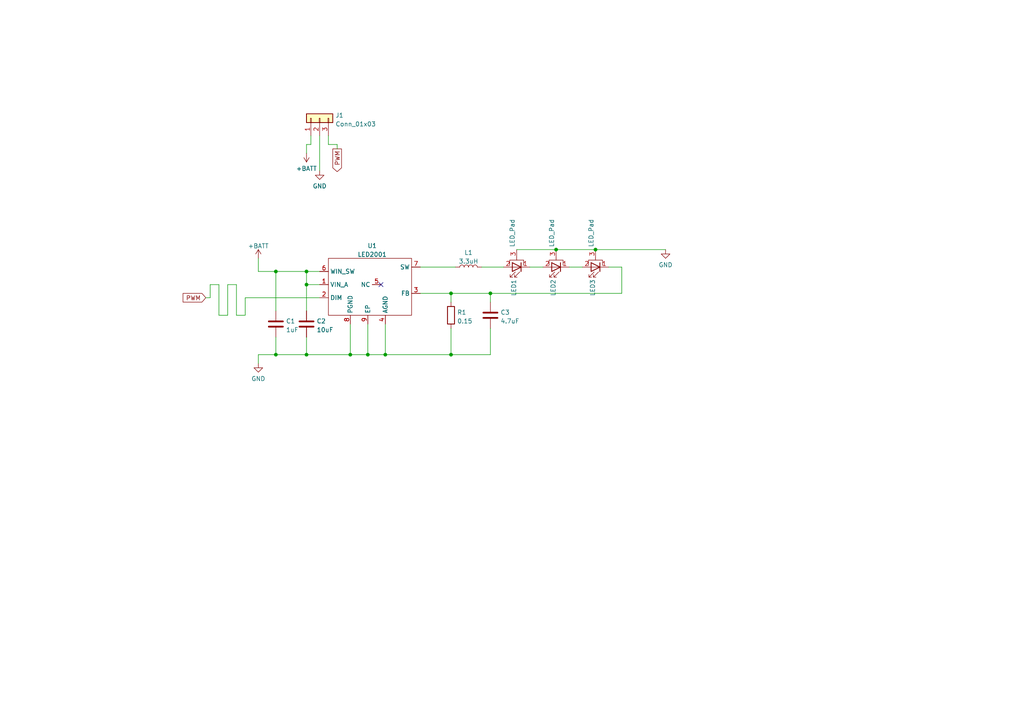
<source format=kicad_sch>
(kicad_sch (version 20211123) (generator eeschema)
  (paper "A4")
  (lib_symbols
    (symbol "Connector_Generic:Conn_01x03" (pin_names (offset 1.016) hide)
      (property "Reference" "J" (at 0 5.08 0))
      (property "Value" "Conn_01x03" (at 0 -5.08 0))
      (symbol "Conn_01x03_1_1"
        (rectangle (start -1.27 -2.413) (end 0 -2.667) (stroke (width 0.1524)))
        (rectangle (start -1.27 0.127) (end 0 -0.127) (stroke (width 0.1524)))
        (rectangle (start -1.27 2.667) (end 0 2.413) (stroke (width 0.1524)))
        (rectangle (start -1.27 3.81) (end 1.27 -3.81) (stroke (width 0.254)) (fill (type background)))
        (pin passive line (at -5.08 2.54 0) (length 3.81) (name "Pin_1") (number "1"))
        (pin passive line (at -5.08 0 0) (length 3.81) (name "Pin_2") (number "2"))
        (pin passive line (at -5.08 -2.54 0) (length 3.81) (name "Pin_3") (number "3"))
      )
    )
    (symbol "Custom:LED2001"
      (property "Reference" "U" (at 0 0 0))
      (property "Value" "LED2001" (at 0 0 0))
      (symbol "LED2001_0_1"
        (rectangle (start -11.43 -1.27) (end 12.7 -17.78) (stroke (width 0.1524)))
      )
      (symbol "LED2001_1_1"
        (pin power_in line (at -13.97 -8.89 0) (length 2.54) (name "VIN_A") (number "1"))
        (pin input line (at -13.97 -12.7 0) (length 2.54) (name "DIM") (number "2"))
        (pin input line (at 15.24 -11.43 180) (length 2.54) (name "FB") (number "3"))
        (pin input line (at 5.08 -20.32 90) (length 2.54) (name "AGND") (number "4"))
        (pin input line (at 3.81 -8.89 180) (length 2.54) (name "NC") (number "5"))
        (pin power_in line (at -13.97 -5.08 0) (length 2.54) (name "WIN_SW") (number "6"))
        (pin input line (at 15.24 -3.81 180) (length 2.54) (name "SW") (number "7"))
        (pin power_in line (at -5.08 -20.32 90) (length 2.54) (name "PGND") (number "8"))
        (pin power_in line (at 0 -20.32 90) (length 2.54) (name "EP") (number "9"))
      )
    )
    (symbol "Device:C" (pin_numbers hide) (pin_names (offset 0.254))
      (property "Reference" "C" (at 0.635 2.54 0))
      (property "Value" "C" (at 0.635 -2.54 0))
      (symbol "C_0_1"
        (polyline (pts (xy -2.032 -0.762) (xy 2.032 -0.762)) (stroke (width 0.508)))
        (polyline (pts (xy -2.032 0.762) (xy 2.032 0.762)) (stroke (width 0.508)))
      )
      (symbol "C_1_1"
        (pin passive line (at 0 3.81 270) (length 2.794) (name "~") (number "1"))
        (pin passive line (at 0 -3.81 90) (length 2.794) (name "~") (number "2"))
      )
    )
    (symbol "Device:L" (pin_numbers hide) (pin_names (offset 1.016) hide)
      (property "Reference" "L" (at -1.27 0 90))
      (property "Value" "L" (at 1.905 0 90))
      (symbol "L_0_1"
        (arc (start 0 -2.54) (mid 0.635 -1.905) (end 0 -1.27))
        (arc (start 0 -1.27) (mid 0.635 -0.635) (end 0 0))
        (arc (start 0 0) (mid 0.635 0.635) (end 0 1.27))
        (arc (start 0 1.27) (mid 0.635 1.905) (end 0 2.54))
      )
      (symbol "L_1_1"
        (pin passive line (at 0 3.81 270) (length 1.27) (name "1") (number "1"))
        (pin passive line (at 0 -3.81 90) (length 1.27) (name "2") (number "2"))
      )
    )
    (symbol "Device:LED_Pad" (pin_names (offset 1.016) hide)
      (property "Reference" "D" (at 0 5.715 0))
      (property "Value" "LED_Pad" (at 0 3.81 0))
      (symbol "LED_Pad_0_1"
        (polyline (pts (xy -1.27 -1.27) (xy -1.27 1.27)) (stroke (width 0.254)))
        (polyline (pts (xy -1.27 0) (xy 1.27 0)))
        (polyline (pts (xy 0 -2.54) (xy 0 -2.032)))
        (polyline (pts (xy -2.032 -0.508) (xy -2.032 -2.032) (xy 2.032 -2.032) (xy 2.032 -0.508)))
        (polyline (pts (xy 1.27 -1.27) (xy 1.27 1.27) (xy -1.27 0) (xy 1.27 -1.27)) (stroke (width 0.254)))
        (polyline (pts (xy -0.889 1.397) (xy 0.635 2.921) (xy -0.127 2.921) (xy 0.635 2.921) (xy 0.635 2.159)))
        (polyline (pts (xy 0.381 1.397) (xy 1.905 2.921) (xy 1.143 2.921) (xy 1.905 2.921) (xy 1.905 2.159)))
      )
      (symbol "LED_Pad_1_1"
        (pin passive line (at -3.81 0 0) (length 2.54) (name "K") (number "1"))
        (pin passive line (at 3.81 0 180) (length 2.54) (name "A") (number "2"))
        (pin passive line (at 0 -5.08 90) (length 2.54) (name "PAD") (number "3"))
      )
    )
    (symbol "Device:R" (pin_numbers hide) (pin_names (offset 0))
      (property "Reference" "R" (at 2.032 0 90))
      (property "Value" "R" (at 0 0 90))
      (symbol "R_0_1"
        (rectangle (start -1.016 -2.54) (end 1.016 2.54) (stroke (width 0.254)))
      )
      (symbol "R_1_1"
        (pin passive line (at 0 3.81 270) (length 1.27) (name "~") (number "1"))
        (pin passive line (at 0 -3.81 90) (length 1.27) (name "~") (number "2"))
      )
    )
    (symbol "power:+BATT" (power) (pin_names (offset 0))
      (property "Value" "+BATT" (at 0 3.556 0))
      (symbol "+BATT_0_1"
        (polyline (pts (xy -0.762 1.27) (xy 0 2.54)))
        (polyline (pts (xy 0 0) (xy 0 2.54)))
        (polyline (pts (xy 0 2.54) (xy 0.762 1.27)))
      )
      (symbol "+BATT_1_1"
        (pin power_in line (at 0 0 90) (length 0) hide (name "+BATT") (number "1"))
      )
    )
    (symbol "power:GND" (power) (pin_names (offset 0))
      (property "Value" "GND" (at 0 -3.81 0))
      (symbol "GND_0_1"
        (polyline (pts (xy 0 0) (xy 0 -1.27) (xy 1.27 -1.27) (xy 0 -2.54) (xy -1.27 -1.27) (xy 0 -1.27)))
      )
      (symbol "GND_1_1"
        (pin power_in line (at 0 0 270) (length 0) hide (name "GND") (number "1"))
      )
    )
  )
  (junction (at 172.72 72.39))
  (junction (at 130.81 85.09))
  (junction (at 88.9 102.87))
  (junction (at 142.24 85.09))
  (junction (at 80.01 78.74))
  (junction (at 106.68 102.87))
  (junction (at 88.9 78.74))
  (junction (at 130.81 102.87))
  (junction (at 80.01 102.87))
  (junction (at 111.76 102.87))
  (junction (at 88.9 82.55))
  (junction (at 161.29 72.39))
  (junction (at 101.6 102.87))
  (no_connect (at 110.49 82.55))
  (wire (pts (xy 80.01 78.74) (xy 80.01 90.17)))
  (wire (pts (xy 66.04 82.55) (xy 68.58 82.55)))
  (wire (pts (xy 90.17 41.91) (xy 88.9 41.91)))
  (wire (pts (xy 101.6 102.87) (xy 106.68 102.87)))
  (wire (pts (xy 111.76 93.98) (xy 111.76 102.87)))
  (wire (pts (xy 121.92 85.09) (xy 130.81 85.09)))
  (wire (pts (xy 161.29 72.39) (xy 172.72 72.39)))
  (wire (pts (xy 59.69 86.36) (xy 60.96 86.36)))
  (wire (pts (xy 130.81 85.09) (xy 142.24 85.09)))
  (wire (pts (xy 68.58 82.55) (xy 68.58 91.44)))
  (wire (pts (xy 142.24 85.09) (xy 180.34 85.09)))
  (wire (pts (xy 80.01 102.87) (xy 88.9 102.87)))
  (wire (pts (xy 130.81 95.25) (xy 130.81 102.87)))
  (wire (pts (xy 95.25 41.91) (xy 97.79 41.91)))
  (wire (pts (xy 63.5 82.55) (xy 63.5 91.44)))
  (wire (pts (xy 74.93 78.74) (xy 80.01 78.74)))
  (wire (pts (xy 88.9 78.74) (xy 88.9 82.55)))
  (wire (pts (xy 88.9 41.91) (xy 88.9 44.45)))
  (wire (pts (xy 92.71 39.37) (xy 92.71 49.53)))
  (wire (pts (xy 74.93 74.93) (xy 74.93 78.74)))
  (wire (pts (xy 153.67 77.47) (xy 157.48 77.47)))
  (wire (pts (xy 66.04 91.44) (xy 66.04 82.55)))
  (wire (pts (xy 80.01 102.87) (xy 74.93 102.87)))
  (wire (pts (xy 88.9 97.79) (xy 88.9 102.87)))
  (wire (pts (xy 106.68 93.98) (xy 106.68 102.87)))
  (wire (pts (xy 68.58 91.44) (xy 71.12 91.44)))
  (wire (pts (xy 63.5 91.44) (xy 66.04 91.44)))
  (wire (pts (xy 88.9 82.55) (xy 88.9 90.17)))
  (wire (pts (xy 88.9 78.74) (xy 92.71 78.74)))
  (wire (pts (xy 142.24 85.09) (xy 142.24 87.63)))
  (wire (pts (xy 106.68 102.87) (xy 111.76 102.87)))
  (wire (pts (xy 88.9 102.87) (xy 101.6 102.87)))
  (wire (pts (xy 176.53 77.47) (xy 180.34 77.47)))
  (wire (pts (xy 149.86 72.39) (xy 161.29 72.39)))
  (wire (pts (xy 92.71 82.55) (xy 88.9 82.55)))
  (wire (pts (xy 71.12 91.44) (xy 71.12 86.36)))
  (wire (pts (xy 101.6 93.98) (xy 101.6 102.87)))
  (wire (pts (xy 130.81 102.87) (xy 142.24 102.87)))
  (wire (pts (xy 95.25 39.37) (xy 95.25 41.91)))
  (wire (pts (xy 172.72 72.39) (xy 193.04 72.39)))
  (wire (pts (xy 165.1 77.47) (xy 168.91 77.47)))
  (wire (pts (xy 97.79 41.91) (xy 97.79 43.18)))
  (wire (pts (xy 71.12 86.36) (xy 92.71 86.36)))
  (wire (pts (xy 111.76 102.87) (xy 130.81 102.87)))
  (wire (pts (xy 80.01 97.79) (xy 80.01 102.87)))
  (wire (pts (xy 80.01 78.74) (xy 88.9 78.74)))
  (wire (pts (xy 142.24 95.25) (xy 142.24 102.87)))
  (wire (pts (xy 139.7 77.47) (xy 146.05 77.47)))
  (wire (pts (xy 180.34 77.47) (xy 180.34 85.09)))
  (wire (pts (xy 60.96 82.55) (xy 63.5 82.55)))
  (wire (pts (xy 74.93 102.87) (xy 74.93 105.41)))
  (wire (pts (xy 121.92 77.47) (xy 132.08 77.47)))
  (wire (pts (xy 90.17 39.37) (xy 90.17 41.91)))
  (wire (pts (xy 130.81 85.09) (xy 130.81 87.63)))
  (wire (pts (xy 60.96 86.36) (xy 60.96 82.55)))
  (global_label "PWM" (shape input) (at 59.69 86.36 180) (property "Intersheet References" "${INTERSHEET_REFS}" (effects hide)))
  (global_label "PWM" (shape output) (at 97.79 43.18 270) (property "Intersheet References" "${INTERSHEET_REFS}" (effects hide)))
  (symbol (lib_id "Device:LED_Pad") (at 172.72 77.47 180) (unit 1)
    (property "Reference" "LED3" (at 171.8853 81.0259 90) (effects (justify left)))
    (property "Value" "LED_Pad" (at 171.45 63.5 90) (effects (justify left)))
    (property "Footprint" "LED_SMD:LED_Cree-XHP50_6V" (effects hide))
    (property "Digikey" "XMLBWT-00-0000-0000U2050CT-ND" (effects hide))
    (property "Buy Digikey" "buy" (effects hide))
  )
  (symbol (lib_id "Device:L") (at 135.89 77.47 90) (unit 1)
    (property "Reference" "L1" (at 135.89 73.2622 90))
    (property "Value" "3.3uH" (at 135.89 75.7991 90))
    (property "Footprint" "CustomLibrary:ASWPA8050S" (effects hide))
    (property "LCSC" "C340237" (effects hide))
    (property "Digikey" "535-13648-1-ND - Cut Tape" (effects hide))
    (property "Buy Digikey" "skip" (effects hide))
  )
  (symbol (lib_id "Device:C") (at 142.24 91.44 0) (unit 1)
    (property "Reference" "C3" (at 145.161 90.6053 0) (effects (justify left)))
    (property "Value" "4.7uF" (at 145.161 93.1422 0) (effects (justify left)))
    (property "Footprint" "Capacitor_SMD:C_1210_3225Metric" (effects hide))
    (property "LCSC" "C384711" (effects hide))
    (property "Digikey" "1276-6760-1-ND" (effects hide))
    (property "Buy Digikey" "skip" (effects hide))
  )
  (symbol (lib_id "power:+BATT") (at 88.9 44.45 180) (unit 1)
    (property "Reference" "#PWR04" (effects hide))
    (property "Value" "+BATT" (at 88.9 48.8934 0))
  )
  (symbol (lib_id "power:+BATT") (at 74.93 74.93 0) (unit 1)
    (property "Reference" "#PWR03" (effects hide))
    (property "Value" "+BATT" (at 74.93 71.3542 0))
  )
  (symbol (lib_id "Device:LED_Pad") (at 161.29 77.47 180) (unit 1)
    (property "Reference" "LED2" (at 160.4553 81.0259 90) (effects (justify left)))
    (property "Value" "LED_Pad" (at 160.02 63.5 90) (effects (justify left)))
    (property "Footprint" "LED_SMD:LED_Cree-XHP50_6V" (effects hide))
    (property "Digikey" "XMLBWT-00-0000-0000U2050CT-ND" (effects hide))
    (property "Buy Digikey" "buy" (effects hide))
  )
  (symbol (lib_id "Device:C") (at 88.9 93.98 0) (unit 1)
    (property "Reference" "C2" (at 91.821 93.1453 0) (effects (justify left)))
    (property "Value" "10uF" (at 91.821 95.6822 0) (effects (justify left)))
    (property "Footprint" "Capacitor_SMD:C_1210_3225Metric" (effects hide))
    (property "LCSC" "C170073" (effects hide))
    (property "Digikey" "13-CC1210KFX7R8BB106CT-ND" (effects hide))
    (property "Buy Digikey" "skip" (effects hide))
  )
  (symbol (lib_id "power:GND") (at 92.71 49.53 0) (unit 1)
    (property "Reference" "#PWR02" (effects hide))
    (property "Value" "GND" (at 92.71 53.9734 0))
  )
  (symbol (lib_id "Custom:LED2001") (at 106.68 73.66 0) (unit 1)
    (property "Reference" "U1" (at 107.95 71.281 0))
    (property "Value" "LED2001" (at 107.95 73.8179 0))
    (property "Footprint" "Package_SO:HSOP-8-1EP_3.9x4.9mm_P1.27mm_EP2.41x3.1mm" (effects hide))
    (property "LCSC" "C2678918" (effects hide))
    (property "Digikey" "497-13825-1-ND" (effects hide))
    (property "Buy Digikey" "buy" (effects hide))
  )
  (symbol (lib_id "power:GND") (at 74.93 105.41 0) (unit 1)
    (property "Reference" "#PWR01" (effects hide))
    (property "Value" "GND" (at 74.93 109.8534 0))
  )
  (symbol (lib_id "Device:R") (at 130.81 91.44 0) (unit 1)
    (property "Reference" "R1" (at 132.588 90.6053 0) (effects (justify left)))
    (property "Value" "0.15" (at 132.588 93.1422 0) (effects (justify left)))
    (property "Footprint" "Resistor_SMD:R_2512_6332Metric" (effects hide))
    (property "LCSC" "C176046" (effects hide))
    (property "Digikey" "A116012CT-ND" (effects hide))
    (property "Buy Digikey" "buy" (effects hide))
  )
  (symbol (lib_id "power:GND") (at 193.04 72.39 0) (unit 1)
    (property "Reference" "#PWR0101" (effects hide))
    (property "Value" "GND" (at 193.04 76.8334 0))
  )
  (symbol (lib_id "Device:C") (at 80.01 93.98 0) (unit 1)
    (property "Reference" "C1" (at 82.931 93.1453 0) (effects (justify left)))
    (property "Value" "1uF" (at 82.931 95.6822 0) (effects (justify left)))
    (property "Footprint" "Capacitor_SMD:C_0805_2012Metric" (effects hide))
    (property "LCSC" "C28323" (effects hide))
    (property "Digikey" "445-13263-1-ND" (effects hide))
    (property "Buy Digikey" "skip" (effects hide))
  )
  (symbol (lib_id "Connector_Generic:Conn_01x03") (at 92.71 34.29 90) (unit 1)
    (property "Reference" "J1" (at 97.282 33.4553 90) (effects (justify right)))
    (property "Value" "Conn_01x03" (at 97.282 35.9922 90) (effects (justify right)))
    (property "Footprint" "Connector_Molex:Molex_Micro-Fit_3.0_43650-0324_1x03-1MP_P3.00mm_Vertical" (effects hide))
    (property "Digikey" "WM3887CT-ND" (effects hide))
    (property "Buy Digikey" "buy" (effects hide))
  )
  (symbol (lib_id "Device:LED_Pad") (at 149.86 77.47 180) (unit 1)
    (property "Reference" "LED1" (at 149.0253 81.0259 90) (effects (justify left)))
    (property "Value" "LED_Pad" (at 148.59 63.5 90) (effects (justify left)))
    (property "Footprint" "LED_SMD:LED_Cree-XHP50_6V" (effects hide))
    (property "Digikey" "XMLBWT-00-0000-0000U2050CT-ND" (effects hide))
    (property "Buy Digikey" "buy" (effects hide))
  )
)
</source>
